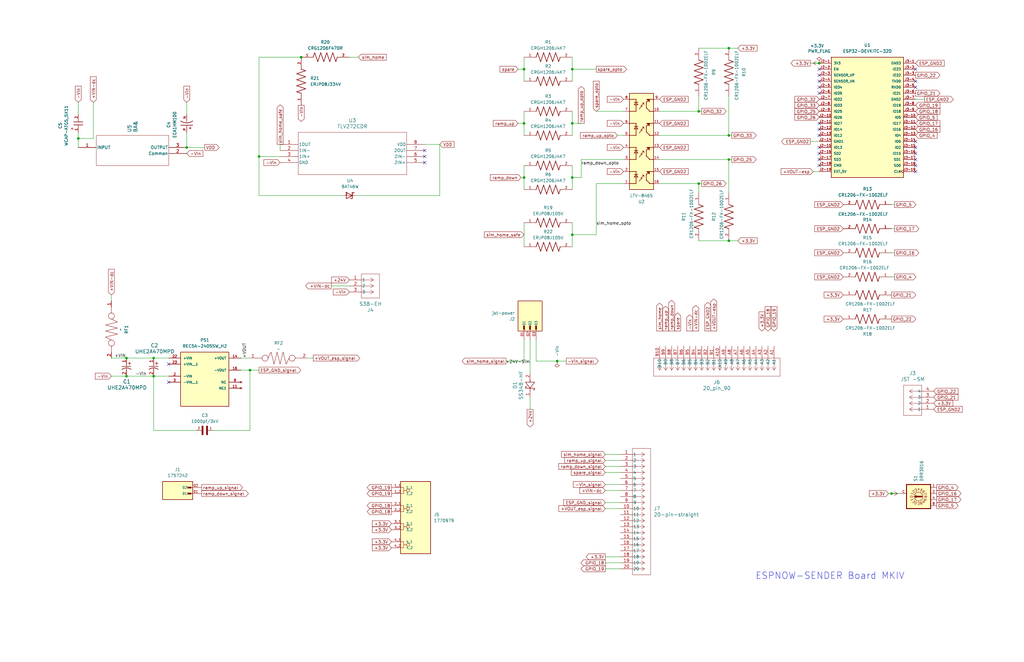
<source format=kicad_sch>
(kicad_sch (version 20250114) (generator "eeschema") (generator_version "9.0")
  (paper "USLedger")
  (lib_symbols
    (symbol "1757242:1757242" (pin_names (offset 1.016))
      (property "Reference" "J" (at -6.85 5.08 0))
      (property "Value" "1757242" (at -6.35 -5.08 0))
      (symbol "1757242_0_0"
        (pin passive line (at -10.16 2.54 0) (length 5.08) (name "01") (number "01"))
        (pin passive line (at -10.16 0 0) (length 5.08) (name "02") (number "02"))
      )
    )
    (symbol "1770979:1770979" (pin_names (offset 1.016))
      (property "Reference" "J" (at -6.85 15.24 0))
      (property "Value" "1770979" (at -6.35 -17.78 0))
      (symbol "1770979_0_0"
        (pin passive line (at -10.16 12.7 0) (length 5.08) (name "1_1") (number "1_1"))
        (pin passive line (at -10.16 10.16 0) (length 5.08) (name "1_2") (number "1_2"))
        (pin passive line (at -10.16 5.08 0) (length 5.08) (name "2_1") (number "2_1"))
        (pin passive line (at -10.16 2.54 0) (length 5.08) (name "2_2") (number "2_2"))
        (pin passive line (at -10.16 -2.54 0) (length 5.08) (name "3_1") (number "3_1"))
        (pin passive line (at -10.16 -5.08 0) (length 5.08) (name "3_2") (number "3_2"))
        (pin passive line (at -10.16 -10.16 0) (length 5.08) (name "4_1") (number "4_1"))
        (pin passive line (at -10.16 -12.7 0) (length 5.08) (name "4_2") (number "4_2"))
      )
    )
    (symbol "2025-11-05_08-31-36:TLV272CDR" (pin_names (offset 0.254))
      (property "Reference" "U" (at 30.48 10.16 0))
      (property "Value" "TLV272CDR" (at 30.48 7.62 0))
      (symbol "TLV272CDR_0_1"
        (pin output line (at 0 0 0) (length 7.62) (name "1OUT") (number "1"))
        (pin input line (at 0 -2.54 0) (length 7.62) (name "1IN-") (number "2"))
        (pin input line (at 0 -5.08 0) (length 7.62) (name "1IN+") (number "3"))
        (pin power_in line (at 0 -7.62 0) (length 7.62) (name "GND") (number "4"))
        (pin power_in line (at 60.96 0 180) (length 7.62) (name "VDD") (number "8"))
        (pin output line (at 60.96 -2.54 180) (length 7.62) (name "2OUT") (number "7"))
        (pin input line (at 60.96 -5.08 180) (length 7.62) (name "2IN-") (number "6"))
        (pin input line (at 60.96 -7.62 180) (length 7.62) (name "2IN+") (number "5"))
      )
    )
    (symbol "2025-11-05_11-31-18:BA&" (pin_names (offset 0.254))
      (property "Reference" "U5" (at 21.5899 6.35 90))
      (property "Value" "BA&" (at 24.1299 6.35 90))
      (symbol "BA&_0_1"
        (pin unspecified line (at 0 0 0) (length 7.62) (name "INPUT") (number "1"))
        (pin power_out line (at 45.72 0 180) (length 7.62) (name "OUTPUT") (number "3"))
      )
      (symbol "BA&_1_1"
        (pin passive line (at 45.72 -2.54 180) (length 7.62) (name "Common") (number "2"))
      )
    )
    (symbol "20_pin_90:XC5A-2022" (pin_names (offset 0.254))
      (property "Reference" "J" (at 8.89 6.35 0))
      (property "Value" "XC5A-2022" (at 0 0 0))
      (symbol "XC5A-2022_1_1"
        (pin unspecified line (at 0 0 0) (length 5.08) (name "A1") (number "A1"))
        (pin unspecified line (at 0 -2.54 0) (length 5.08) (name "A2") (number "A2"))
        (pin unspecified line (at 0 -5.08 0) (length 5.08) (name "A3") (number "A3"))
        (pin unspecified line (at 0 -7.62 0) (length 5.08) (name "A4") (number "A4"))
        (pin unspecified line (at 0 -10.16 0) (length 5.08) (name "A5") (number "A5"))
        (pin unspecified line (at 0 -12.7 0) (length 5.08) (name "A6") (number "A6"))
        (pin unspecified line (at 0 -15.24 0) (length 5.08) (name "A7") (number "A7"))
        (pin unspecified line (at 0 -17.78 0) (length 5.08) (name "A8") (number "A8"))
        (pin unspecified line (at 0 -20.32 0) (length 5.08) (name "A9") (number "A9"))
        (pin unspecified line (at 0 -22.86 0) (length 5.08) (name "A10") (number "A10"))
        (pin unspecified line (at 0 -25.4 0) (length 5.08) (name "B1") (number "B1"))
        (pin unspecified line (at 0 -27.94 0) (length 5.08) (name "B2") (number "B2"))
        (pin unspecified line (at 0 -30.48 0) (length 5.08) (name "B3") (number "B3"))
        (pin unspecified line (at 0 -33.02 0) (length 5.08) (name "B4") (number "B4"))
        (pin unspecified line (at 0 -35.56 0) (length 5.08) (name "B5") (number "B5"))
        (pin unspecified line (at 0 -38.1 0) (length 5.08) (name "B6") (number "B6"))
        (pin unspecified line (at 0 -40.64 0) (length 5.08) (name "B7") (number "B7"))
        (pin unspecified line (at 0 -43.18 0) (length 5.08) (name "B8") (number "B8"))
        (pin unspecified line (at 0 -45.72 0) (length 5.08) (name "B9") (number "B9"))
        (pin unspecified line (at 0 -48.26 0) (length 5.08) (name "B10") (number "B10"))
      )
      (symbol "XC5A-2022_1_2"
        (pin unspecified line (at 0 0 0) (length 5.08) (name "A1") (number "A1"))
        (pin unspecified line (at 0 -2.54 0) (length 5.08) (name "A2") (number "A2"))
        (pin unspecified line (at 0 -5.08 0) (length 5.08) (name "A3") (number "A3"))
        (pin unspecified line (at 0 -7.62 0) (length 5.08) (name "A4") (number "A4"))
        (pin unspecified line (at 0 -10.16 0) (length 5.08) (name "A5") (number "A5"))
        (pin unspecified line (at 0 -12.7 0) (length 5.08) (name "A6") (number "A6"))
        (pin unspecified line (at 0 -15.24 0) (length 5.08) (name "A7") (number "A7"))
        (pin unspecified line (at 0 -17.78 0) (length 5.08) (name "A8") (number "A8"))
        (pin unspecified line (at 0 -20.32 0) (length 5.08) (name "A9") (number "A9"))
        (pin unspecified line (at 0 -22.86 0) (length 5.08) (name "A10") (number "A10"))
        (pin unspecified line (at 0 -25.4 0) (length 5.08) (name "B1") (number "B1"))
        (pin unspecified line (at 0 -27.94 0) (length 5.08) (name "B2") (number "B2"))
        (pin unspecified line (at 0 -30.48 0) (length 5.08) (name "B3") (number "B3"))
        (pin unspecified line (at 0 -33.02 0) (length 5.08) (name "B4") (number "B4"))
        (pin unspecified line (at 0 -35.56 0) (length 5.08) (name "B5") (number "B5"))
        (pin unspecified line (at 0 -38.1 0) (length 5.08) (name "B6") (number "B6"))
        (pin unspecified line (at 0 -40.64 0) (length 5.08) (name "B7") (number "B7"))
        (pin unspecified line (at 0 -43.18 0) (length 5.08) (name "B8") (number "B8"))
        (pin unspecified line (at 0 -45.72 0) (length 5.08) (name "B9") (number "B9"))
        (pin unspecified line (at 0 -48.26 0) (length 5.08) (name "B10") (number "B10"))
      )
    )
    (symbol "20_pin_straight:XC5B-2021" (pin_names (offset 0.254))
      (property "Reference" "J" (at 8.89 6.35 0))
      (property "Value" "XC5B-2021" (at 0 0 0))
      (symbol "XC5B-2021_1_1"
        (pin unspecified line (at 0 0 0) (length 5.08) (name "1") (number "1"))
        (pin unspecified line (at 0 -2.54 0) (length 5.08) (name "2") (number "2"))
        (pin unspecified line (at 0 -5.08 0) (length 5.08) (name "3") (number "3"))
        (pin unspecified line (at 0 -7.62 0) (length 5.08) (name "4") (number "4"))
        (pin unspecified line (at 0 -10.16 0) (length 5.08) (name "5") (number "5"))
        (pin unspecified line (at 0 -12.7 0) (length 5.08) (name "6") (number "6"))
        (pin unspecified line (at 0 -15.24 0) (length 5.08) (name "7") (number "7"))
        (pin unspecified line (at 0 -17.78 0) (length 5.08) (name "8") (number "8"))
        (pin unspecified line (at 0 -20.32 0) (length 5.08) (name "9") (number "9"))
        (pin unspecified line (at 0 -22.86 0) (length 5.08) (name "10") (number "10"))
        (pin unspecified line (at 0 -25.4 0) (length 5.08) (name "11") (number "11"))
        (pin unspecified line (at 0 -27.94 0) (length 5.08) (name "12") (number "12"))
        (pin unspecified line (at 0 -30.48 0) (length 5.08) (name "13") (number "13"))
        (pin unspecified line (at 0 -33.02 0) (length 5.08) (name "14") (number "14"))
        (pin unspecified line (at 0 -35.56 0) (length 5.08) (name "15") (number "15"))
        (pin unspecified line (at 0 -38.1 0) (length 5.08) (name "16") (number "16"))
        (pin unspecified line (at 0 -40.64 0) (length 5.08) (name "17") (number "17"))
        (pin unspecified line (at 0 -43.18 0) (length 5.08) (name "18") (number "18"))
        (pin unspecified line (at 0 -45.72 0) (length 5.08) (name "19") (number "19"))
        (pin unspecified line (at 0 -48.26 0) (length 5.08) (name "20") (number "20"))
      )
      (symbol "XC5B-2021_1_2"
        (pin unspecified line (at 0 0 0) (length 5.08) (name "1") (number "1"))
        (pin unspecified line (at 0 -2.54 0) (length 5.08) (name "2") (number "2"))
        (pin unspecified line (at 0 -5.08 0) (length 5.08) (name "3") (number "3"))
        (pin unspecified line (at 0 -7.62 0) (length 5.08) (name "4") (number "4"))
        (pin unspecified line (at 0 -10.16 0) (length 5.08) (name "5") (number "5"))
        (pin unspecified line (at 0 -12.7 0) (length 5.08) (name "6") (number "6"))
        (pin unspecified line (at 0 -15.24 0) (length 5.08) (name "7") (number "7"))
        (pin unspecified line (at 0 -17.78 0) (length 5.08) (name "8") (number "8"))
        (pin unspecified line (at 0 -20.32 0) (length 5.08) (name "9") (number "9"))
        (pin unspecified line (at 0 -22.86 0) (length 5.08) (name "10") (number "10"))
        (pin unspecified line (at 0 -25.4 0) (length 5.08) (name "11") (number "11"))
        (pin unspecified line (at 0 -27.94 0) (length 5.08) (name "12") (number "12"))
        (pin unspecified line (at 0 -30.48 0) (length 5.08) (name "13") (number "13"))
        (pin unspecified line (at 0 -33.02 0) (length 5.08) (name "14") (number "14"))
        (pin unspecified line (at 0 -35.56 0) (length 5.08) (name "15") (number "15"))
        (pin unspecified line (at 0 -38.1 0) (length 5.08) (name "16") (number "16"))
        (pin unspecified line (at 0 -40.64 0) (length 5.08) (name "17") (number "17"))
        (pin unspecified line (at 0 -43.18 0) (length 5.08) (name "18") (number "18"))
        (pin unspecified line (at 0 -45.72 0) (length 5.08) (name "19") (number "19"))
        (pin unspecified line (at 0 -48.26 0) (length 5.08) (name "20") (number "20"))
      )
    )
    (symbol "BAT46W:BAT46W" (pin_names (offset 1.016))
      (property "Reference" "U" (at -2.2896 1.908 0))
      (property "Value" "BAT46W" (at -2.2899 -3.4349 0))
      (symbol "BAT46W_0_0"
        (pin passive line (at -2.54 0 0) (length 2.54) (name "~") (number "2"))
        (pin passive line (at 2.54 0 180) (length 2.54) (name "~") (number "1"))
      )
    )
    (symbol "CL31B106KAHNNNE:CL31B106KAHNNNE" (pin_names (offset 1.016))
      (property "Reference" "C" (at 0 3.81 0))
      (property "Value" "CL31B106KAHNNNE" (at 0 -5.08 0))
      (symbol "CL31B106KAHNNNE_0_0"
        (pin passive line (at -2.54 0 0) (length 2.54) (name "~") (number "2"))
        (pin passive line (at 5.08 0 180) (length 2.54) (name "~") (number "1"))
      )
    )
    (symbol "CR1206-FX-1002ELF:CR1206-FX-1002ELF" (pin_names (offset 1.016))
      (property "Reference" "R" (at -7.6244 2.5415 0))
      (property "Value" "CR1206-FX-1002ELF" (at -7.63 -5.0866 0))
      (symbol "CR1206-FX-1002ELF_0_0"
        (pin passive line (at -10.16 0 0) (length 5.08) (name "~") (number "1"))
        (pin passive line (at 10.16 0 180) (length 5.08) (name "~") (number "2"))
      )
    )
    (symbol "CRG1206F470R:CRG1206F470R" (pin_names (offset 1.016))
      (property "Reference" "R" (at -7.6244 2.5415 0))
      (property "Value" "CRG1206F470R" (at -7.63 -5.0866 0))
      (symbol "CRG1206F470R_0_0"
        (pin passive line (at -10.16 0 0) (length 5.08) (name "~") (number "1"))
        (pin passive line (at 10.16 0 180) (length 5.08) (name "~") (number "2"))
      )
    )
    (symbol "CRGH1206J4K7:CRGH1206J4K7" (pin_names (offset 1.016))
      (property "Reference" "R" (at -7.6244 2.5415 0))
      (property "Value" "CRGH1206J4K7" (at -7.63 -5.0866 0))
      (symbol "CRGH1206J4K7_0_0"
        (pin passive line (at -10.16 0 0) (length 5.08) (name "~") (number "1"))
        (pin passive line (at 10.16 0 180) (length 5.08) (name "~") (number "2"))
      )
    )
    (symbol "DRR3016:DRR3016" (pin_names (offset 1.016))
      (property "Reference" "S" (at -4.4499 -5.0856 90))
      (property "Value" "DRR3016" (at 8.9007 -5.0861 90))
      (symbol "DRR3016_0_0"
        (pin passive line (at -2.54 7.62 270) (length 2.54) (name "~") (number "1"))
        (pin passive line (at 0 7.62 270) (length 2.54) (name "~") (number "2"))
        (pin passive line (at 0 -7.62 90) (length 2.54) (name "~") (number "C"))
        (pin passive line (at 2.54 7.62 270) (length 2.54) (name "~") (number "4"))
        (pin passive line (at 5.08 7.62 270) (length 2.54) (name "~") (number "8"))
      )
    )
    (symbol "ECA1HM100:ECA1HM100" (pin_names (offset 1.016))
      (property "Reference" "C" (at -2.54 3.81 0))
      (property "Value" "ECA1HM100" (at -2.54 -5.08 0))
      (symbol "ECA1HM100_0_0"
        (pin passive line (at -2.54 0 0) (length 2.54) (name "~") (number "P"))
        (pin passive line (at 5.08 0 180) (length 2.54) (name "~") (number "N"))
      )
    )
    (symbol "ERJP08J105V:ERJP08J105V" (pin_names (offset 1.016))
      (property "Reference" "R" (at -7.624 2.541 0))
      (property "Value" "ERJP08J105V" (at -7.624 -5.087 0))
      (symbol "ERJP08J105V_0_0"
        (pin passive line (at -10.16 0 0) (length 5.08) (name "~") (number "1"))
        (pin passive line (at 10.16 0 180) (length 5.08) (name "~") (number "2"))
      )
    )
    (symbol "ERJP08J334V:ERJP08J334V" (pin_names (offset 1.016))
      (property "Reference" "R" (at -7.624 2.541 0))
      (property "Value" "ERJP08J334V" (at -7.624 -5.087 0))
      (symbol "ERJP08J334V_0_0"
        (pin passive line (at -10.16 0 0) (length 5.08) (name "~") (number "1"))
        (pin passive line (at 10.16 0 180) (length 5.08) (name "~") (number "2"))
      )
    )
    (symbol "LTV-846S:LTV-846S" (pin_names (offset 1.016))
      (property "Reference" "U" (at -5.08 21.082 0))
      (property "Value" "LTV-846S" (at -5.08 -22.86 0))
      (symbol "LTV-846S_0_0"
        (pin passive line (at -7.62 17.78 0) (length 2.54) (name "~") (number "1"))
        (pin passive line (at -7.62 12.7 0) (length 2.54) (name "~") (number "2"))
        (pin passive line (at -7.62 7.62 0) (length 2.54) (name "~") (number "3"))
        (pin passive line (at -7.62 2.54 0) (length 2.54) (name "~") (number "4"))
        (pin passive line (at -7.62 -2.54 0) (length 2.54) (name "~") (number "5"))
        (pin passive line (at -7.62 -7.62 0) (length 2.54) (name "~") (number "6"))
        (pin passive line (at -7.62 -12.7 0) (length 2.54) (name "~") (number "7"))
        (pin passive line (at -7.62 -17.78 0) (length 2.54) (name "~") (number "8"))
        (pin passive line (at 7.62 17.78 180) (length 2.54) (name "~") (number "16"))
        (pin passive line (at 7.62 12.7 180) (length 2.54) (name "~") (number "15"))
        (pin passive line (at 7.62 7.62 180) (length 2.54) (name "~") (number "14"))
        (pin passive line (at 7.62 2.54 180) (length 2.54) (name "~") (number "13"))
        (pin passive line (at 7.62 -2.54 180) (length 2.54) (name "~") (number "12"))
        (pin passive line (at 7.62 -7.62 180) (length 2.54) (name "~") (number "11"))
        (pin passive line (at 7.62 -12.7 180) (length 2.54) (name "~") (number "10"))
        (pin passive line (at 7.62 -17.78 180) (length 2.54) (name "~") (number "9"))
      )
    )
    (symbol "WCAP-ATG5_5X11:WCAP-ATG5_5X11" (pin_names (offset 1.016))
      (property "Reference" "C" (at 1.175 3.38 0))
      (property "Value" "WCAP-ATG5_5X11" (at 0.915 -5.075 0))
      (symbol "WCAP-ATG5_5X11_0_0"
        (text "+" (at 2.54 -1.905 0) (effects (font (size 1.4224 1.4224)) (justify left bottom)))
        (pin passive line (at -2.54 0 0) (length 2.54) (name "~") (number "2"))
        (pin passive line (at 5.08 0 180) (length 2.54) (name "~") (number "1"))
      )
    )
    (symbol "custom_library:ESP32-DEVKITC-32D" (pin_names (offset 1.016))
      (property "Reference" "U1" (at 0 30.48 0))
      (property "Value" "ESP32-DEVKITC-32D" (at 0 27.94 0))
      (symbol "ESP32-DEVKITC-32D_0_0"
        (pin power_in line (at -20.32 22.86 0) (length 5.08) (name "3V3") (number "J2-1"))
        (pin input line (at -20.32 20.32 0) (length 5.08) (name "EN") (number "J2-2"))
        (pin input line (at -20.32 17.78 0) (length 5.08) (name "SENSOR_VP") (number "J2-3"))
        (pin input line (at -20.32 15.24 0) (length 5.08) (name "SENSOR_VN") (number "J2-4"))
        (pin bidirectional line (at -20.32 12.7 0) (length 5.08) (name "IO34") (number "J2-5"))
        (pin bidirectional line (at -20.32 10.16 0) (length 5.08) (name "IO35") (number "J2-6"))
        (pin bidirectional line (at -20.32 7.62 0) (length 5.08) (name "IO32") (number "J2-7"))
        (pin bidirectional line (at -20.32 5.08 0) (length 5.08) (name "IO33") (number "J2-8"))
        (pin bidirectional line (at -20.32 2.54 0) (length 5.08) (name "IO25") (number "J2-9"))
        (pin bidirectional line (at -20.32 0 0) (length 5.08) (name "IO26") (number "J2-10"))
        (pin bidirectional line (at -20.32 -2.54 0) (length 5.08) (name "IO27") (number "J2-11"))
        (pin bidirectional line (at -20.32 -5.08 0) (length 5.08) (name "IO14") (number "J2-12"))
        (pin bidirectional line (at -20.32 -7.62 0) (length 5.08) (name "IO12") (number "J2-13"))
        (pin power_in line (at -20.32 -10.16 0) (length 5.08) (name "GND1") (number "J2-14"))
        (pin bidirectional line (at -20.32 -12.7 0) (length 5.08) (name "IO13") (number "J2-15"))
        (pin bidirectional line (at -20.32 -15.24 0) (length 5.08) (name "SD2") (number "J2-16"))
        (pin bidirectional line (at -20.32 -17.78 0) (length 5.08) (name "SD3") (number "J2-17"))
        (pin bidirectional line (at -20.32 -20.32 0) (length 5.08) (name "CMD") (number "J2-18"))
        (pin power_in line (at -20.32 -22.86 0) (length 5.08) (name "EXT_5V") (number "J2-19"))
        (pin power_in line (at 20.32 22.86 180) (length 5.08) (name "GND3") (number "J3-1"))
        (pin bidirectional line (at 20.32 20.32 180) (length 5.08) (name "IO23") (number "J3-2"))
        (pin bidirectional line (at 20.32 17.78 180) (length 5.08) (name "IO22") (number "J3-3"))
        (pin output line (at 20.32 15.24 180) (length 5.08) (name "TXD0") (number "J3-4"))
        (pin input line (at 20.32 12.7 180) (length 5.08) (name "RXD0") (number "J3-5"))
        (pin bidirectional line (at 20.32 10.16 180) (length 5.08) (name "IO21") (number "J3-6"))
        (pin power_out line (at 20.32 7.62 180) (length 5.08) (name "GND2") (number "J3-7"))
        (pin bidirectional line (at 20.32 5.08 180) (length 5.08) (name "IO19") (number "J3-8"))
        (pin bidirectional line (at 20.32 2.54 180) (length 5.08) (name "IO18") (number "J3-9"))
        (pin bidirectional line (at 20.32 0 180) (length 5.08) (name "IO5") (number "J3-10"))
        (pin bidirectional line (at 20.32 -2.54 180) (length 5.08) (name "IO17") (number "J3-11"))
        (pin bidirectional line (at 20.32 -5.08 180) (length 5.08) (name "IO16") (number "J3-12"))
        (pin bidirectional line (at 20.32 -7.62 180) (length 5.08) (name "IO4") (number "J3-13"))
        (pin bidirectional line (at 20.32 -10.16 180) (length 5.08) (name "IO0") (number "J3-14"))
        (pin bidirectional line (at 20.32 -12.7 180) (length 5.08) (name "IO2") (number "J3-15"))
        (pin bidirectional line (at 20.32 -15.24 180) (length 5.08) (name "IO15") (number "J3-16"))
        (pin bidirectional line (at 20.32 -17.78 180) (length 5.08) (name "SD1") (number "J3-17"))
        (pin bidirectional line (at 20.32 -20.32 180) (length 5.08) (name "SD0") (number "J3-18"))
        (pin input clock (at 20.32 -22.86 180) (length 5.08) (name "CLK") (number "J3-19"))
      )
    )
    (symbol "custom_library:JCT" (pin_names (offset 0.254))
      (property "Reference" "J3" (at 8.89 -15.24 0))
      (property "Value" "JCT" (at 8.89 -12.7 0))
      (symbol "JCT_1_1"
        (pin power_in line (at 0 0 0) (length 5.08) (name "1") (number "1"))
        (pin power_in line (at 0 -2.54 0) (length 5.08) (name "2") (number "2"))
        (pin input line (at 0 -5.08 0) (length 5.08) (name "3") (number "3"))
        (pin input line (at 0 -7.62 0) (length 5.08) (name "4") (number "4"))
      )
      (symbol "JCT_1_2"
        (pin unspecified line (at 0 0 0) (length 5.08) (name "1") (number "1"))
        (pin unspecified line (at 0 -2.54 0) (length 5.08) (name "2") (number "2"))
        (pin unspecified line (at 0 -5.08 0) (length 5.08) (name "3") (number "3"))
        (pin unspecified line (at 0 -7.62 0) (length 5.08) (name "4") (number "4"))
      )
    )
    (symbol "custom_library:REC5A-2405SW_H2" (pin_names (offset 1.016))
      (property "Reference" "PS1" (at 0 12.7 0))
      (property "Value" "REC5A-2405SW_H2" (at 0 10.16 0))
      (symbol "REC5A-2405SW_H2_0_0"
        (pin power_in line (at -15.24 5.08 0) (length 5.08) (name "+VIN") (number "22"))
        (pin input line (at -15.24 2.54 0) (length 5.08) (name "+VIN__1") (number "23"))
        (pin power_in line (at -15.24 -2.54 0) (length 5.08) (name "-VIN") (number "2"))
        (pin input line (at -15.24 -5.08 0) (length 5.08) (name "-VIN__1") (number "3"))
        (pin power_out line (at 15.24 5.08 180) (length 5.08) (name "+VOUT") (number "14"))
        (pin power_in line (at 15.24 0 180) (length 5.08) (name "-VOUT") (number "16"))
        (pin no_connect line (at 15.24 -5.08 180) (length 5.08) (name "NC") (number "9"))
        (pin no_connect line (at 15.24 -7.62 180) (length 5.08) (name "NC1") (number "11"))
      )
    )
    (symbol "custom_library:S3B-EH" (pin_names (offset 0.254))
      (property "Reference" "J" (at 8.89 6.35 0))
      (property "Value" "S3B-EH" (at 0 0 0))
      (symbol "S3B-EH_1_1"
        (pin power_in line (at 0 0 0) (length 5.08) (name "1") (number "1"))
        (pin power_out line (at 0 -2.54 0) (length 5.08) (name "2") (number "2"))
        (pin power_in line (at 0 -5.08 0) (length 5.08) (name "3") (number "3"))
      )
      (symbol "S3B-EH_1_2"
        (pin unspecified line (at 0 0 0) (length 5.08) (name "1") (number "1"))
        (pin unspecified line (at 0 -2.54 0) (length 5.08) (name "2") (number "2"))
        (pin unspecified line (at 0 -5.08 0) (length 5.08) (name "3") (number "3"))
      )
    )
    (symbol "custom_library:SS34B-HF" (pin_names (offset 0.254))
      (property "Reference" "D1" (at 5.08 -6.35 0))
      (property "Value" "SS34B-HF" (at 5.08 -3.81 0))
      (symbol "SS34B-HF_0_1"
        (pin power_in line (at 0 0 0) (length 2.54) (name "") (number "2"))
        (pin power_out line (at 10.16 0 180) (length 2.54) (name "") (number "1"))
      )
    )
    (symbol "custom_library:UHE2A470MPD" (pin_names (offset 0.254))
      (property "Reference" "C1" (at -5.334 -0.508 90))
      (property "Value" "UHE2A470MPD" (at -2.794 6.096 90))
      (symbol "UHE2A470MPD_1_1"
        (pin passive line (at 0 0 0) (length 2.54) (name "") (number "1"))
        (pin passive line (at 7.62 0 180) (length 2.54) (name "") (number "2"))
      )
      (symbol "UHE2A470MPD_1_2"
        (pin unspecified line (at 0 0 270) (length 2.54) (name "") (number "2"))
        (pin unspecified line (at 0 -7.62 90) (length 2.54) (name "") (number "1"))
      )
    )
    (symbol "custom_library:jst-power" (pin_names (offset 1.016))
      (property "Reference" "J2" (at 10.16 -1.778 90))
      (property "Value" "jst-power" (at 12.446 -4.572 90))
      (symbol "jst-power_0_0"
        (pin passive line (at -10.16 2.54 0) (length 5.08) (name "01") (number "01"))
        (pin power_out line (at -10.16 0 0) (length 5.08) (name "02") (number "02"))
        (pin passive line (at -10.16 -2.54 0) (length 5.08) (name "03") (number "03"))
      )
    )
    (symbol "custom_library:reset_fuse"
      (property "Reference" "RF1" (at -0.635 6.35 0))
      (property "Value" "~" (at -0.635 3.81 0))
      (symbol "reset_fuse_1_1"
        (pin power_in line (at -12.7 0 0) (length 2.54) (name "") (number "1"))
        (pin power_out line (at 11.43 0 180) (length 2.54) (name "") (number "2"))
      )
    )
    (symbol "power:+3.3V" (power) (pin_numbers (hide yes)) (pin_names (offset 0) (hide yes))
      (property "Value" "+3.3V" (at 0 3.556 0))
      (symbol "+3.3V_1_1"
        (pin power_in line (at 0 0 90) (length 0) (name "~") (number "1"))
      )
    )
    (symbol "power:PWR_FLAG" (power) (pin_numbers (hide yes)) (pin_names (offset 0) (hide yes))
      (property "Value" "PWR_FLAG" (at 0 3.81 0))
      (symbol "PWR_FLAG_0_0"
        (pin power_out line (at 0 0 90) (length 0) (name "~") (number "1"))
      )
    )
  )
  (text "ESPNOW-SENDER Board MKIV\n\n" (at 350.012 245.364 0) (effects (font (size 2.794 2.794))))
  (junction (at 307.34 67.31))
  (junction (at 64.77 158.75))
  (junction (at 241.3 99.06))
  (junction (at 78.74 62.23))
  (junction (at 307.34 101.6))
  (junction (at 53.34 158.75))
  (junction (at 241.3 74.93))
  (junction (at 375.92 208.28))
  (junction (at 234.95 152.4))
  (junction (at 127 24.13))
  (junction (at 220.98 74.93))
  (junction (at 294.64 46.99))
  (junction (at 109.22 66.04))
  (junction (at 220.98 52.07))
  (junction (at 33.02 58.42))
  (junction (at 220.98 29.21))
  (junction (at 307.34 20.32))
  (junction (at 241.3 52.07))
  (junction (at 105.41 156.21))
  (junction (at 307.34 57.15))
  (junction (at 64.77 151.13))
  (junction (at 241.3 29.21))
  (junction (at 53.34 151.13))
  (junction (at 294.64 77.47))
  (junction (at 345.44 26.67))
  (no_connect (at 386.08 69.85))
  (no_connect (at 345.44 29.21))
  (no_connect (at 345.44 67.31))
  (no_connect (at 386.08 36.83))
  (no_connect (at 179.07 68.58))
  (no_connect (at 345.44 69.85))
  (no_connect (at 345.44 54.61))
  (no_connect (at 345.44 34.29))
  (no_connect (at 386.08 67.31))
  (no_connect (at 386.08 59.69))
  (no_connect (at 386.08 62.23))
  (no_connect (at 386.08 34.29))
  (no_connect (at 179.07 63.5))
  (no_connect (at 345.44 52.07))
  (no_connect (at 386.08 64.77))
  (no_connect (at 345.44 57.15))
  (no_connect (at 386.08 72.39))
  (no_connect (at 386.08 29.21))
  (no_connect (at 345.44 39.37))
  (no_connect (at 345.44 36.83))
  (no_connect (at 345.44 62.23))
  (no_connect (at 179.07 66.04))
  (no_connect (at 71.12 153.67))
  (no_connect (at 345.44 31.75))
  (no_connect (at 71.12 161.29))
  (no_connect (at 345.44 64.77))
  (wire (pts (xy 46.99 127) (xy 46.99 124.46)))
  (wire (pts (xy 241.3 69.85) (xy 241.3 74.93)))
  (wire (pts (xy 255.27 191.77) (xy 261.62 191.77)))
  (wire (pts (xy 109.22 24.13) (xy 127 24.13)))
  (wire (pts (xy 129.54 151.13) (xy 132.08 151.13)))
  (wire (pts (xy 377.19 106.68) (xy 375.92 106.68)))
  (wire (pts (xy 255.27 212.09) (xy 261.62 212.09)))
  (wire (pts (xy 255.27 199.39) (xy 261.62 199.39)))
  (wire (pts (xy 234.95 152.4) (xy 238.76 152.4)))
  (wire (pts (xy 241.3 99.06) (xy 251.46 99.06)))
  (wire (pts (xy 374.65 208.28) (xy 375.92 208.28)))
  (wire (pts (xy 53.34 158.75) (xy 64.77 158.75)))
  (wire (pts (xy 220.98 46.99) (xy 220.98 52.07)))
  (wire (pts (xy 101.6 156.21) (xy 105.41 156.21)))
  (wire (pts (xy 78.74 48.26) (xy 78.74 43.18)))
  (wire (pts (xy 341.63 59.69) (xy 345.44 59.69)))
  (wire (pts (xy 105.41 181.61) (xy 105.41 156.21)))
  (wire (pts (xy 278.13 77.47) (xy 294.64 77.47)))
  (wire (pts (xy 255.27 196.85) (xy 261.62 196.85)))
  (wire (pts (xy 185.42 82.55) (xy 185.42 60.96)))
  (wire (pts (xy 255.27 194.31) (xy 261.62 194.31)))
  (wire (pts (xy 64.77 181.61) (xy 82.55 181.61)))
  (wire (pts (xy 64.77 181.61) (xy 64.77 158.75)))
  (wire (pts (xy 220.98 24.13) (xy 220.98 29.21)))
  (wire (pts (xy 307.34 67.31) (xy 307.34 81.28)))
  (wire (pts (xy 46.99 151.13) (xy 53.34 151.13)))
  (wire (pts (xy 307.34 67.31) (xy 308.61 67.31)))
  (wire (pts (xy 294.64 20.32) (xy 307.34 20.32)))
  (wire (pts (xy 226.06 143.51) (xy 226.06 152.4)))
  (wire (pts (xy 118.11 60.96) (xy 118.11 63.5)))
  (wire (pts (xy 245.11 67.31) (xy 262.89 67.31)))
  (wire (pts (xy 377.19 86.36) (xy 375.92 86.36)))
  (wire (pts (xy 241.3 99.06) (xy 241.3 104.14)))
  (wire (pts (xy 147.32 24.13) (xy 151.13 24.13)))
  (wire (pts (xy 241.3 93.98) (xy 241.3 99.06)))
  (wire (pts (xy 255.27 204.47) (xy 261.62 204.47)))
  (wire (pts (xy 220.98 69.85) (xy 220.98 74.93)))
  (wire (pts (xy 33.02 48.26) (xy 33.02 43.18)))
  (wire (pts (xy 90.17 181.61) (xy 105.41 181.61)))
  (wire (pts (xy 241.3 74.93) (xy 241.3 80.01)))
  (wire (pts (xy 39.37 58.42) (xy 33.02 58.42)))
  (wire (pts (xy 219.71 74.93) (xy 220.98 74.93)))
  (wire (pts (xy 220.98 74.93) (xy 220.98 80.01)))
  (wire (pts (xy 294.64 40.64) (xy 294.64 46.99)))
  (wire (pts (xy 278.13 67.31) (xy 307.34 67.31)))
  (wire (pts (xy 377.19 116.84) (xy 375.92 116.84)))
  (wire (pts (xy 139.7 120.65) (xy 147.32 120.65)))
  (wire (pts (xy 46.99 158.75) (xy 53.34 158.75)))
  (wire (pts (xy 218.44 52.07) (xy 220.98 52.07)))
  (wire (pts (xy 53.34 151.13) (xy 64.77 151.13)))
  (wire (pts (xy 251.46 77.47) (xy 251.46 99.06)))
  (wire (pts (xy 220.98 93.98) (xy 220.98 104.14)))
  (wire (pts (xy 220.98 152.4) (xy 213.36 152.4)))
  (wire (pts (xy 342.9 72.39) (xy 345.44 72.39)))
  (wire (pts (xy 109.22 82.55) (xy 144.78 82.55)))
  (wire (pts (xy 255.27 214.63) (xy 261.62 214.63)))
  (wire (pts (xy 255.27 237.49) (xy 261.62 237.49)))
  (wire (pts (xy 251.46 46.99) (xy 262.89 46.99)))
  (wire (pts (xy 33.02 62.23) (xy 33.02 58.42)))
  (wire (pts (xy 39.37 43.18) (xy 39.37 58.42)))
  (wire (pts (xy 241.3 29.21) (xy 241.3 34.29)))
  (wire (pts (xy 241.3 24.13) (xy 241.3 29.21)))
  (wire (pts (xy 241.3 74.93) (xy 245.11 74.93)))
  (wire (pts (xy 223.52 157.48) (xy 223.52 143.51)))
  (wire (pts (xy 294.64 81.28) (xy 294.64 77.47)))
  (wire (pts (xy 71.12 158.75) (xy 64.77 158.75)))
  (wire (pts (xy 78.74 62.23) (xy 86.36 62.23)))
  (wire (pts (xy 226.06 152.4) (xy 234.95 152.4)))
  (wire (pts (xy 386.08 41.91) (xy 389.89 41.91)))
  (wire (pts (xy 375.92 208.28) (xy 379.73 208.28)))
  (wire (pts (xy 105.41 156.21) (xy 109.22 156.21)))
  (wire (pts (xy 377.19 96.52) (xy 375.92 96.52)))
  (wire (pts (xy 220.98 152.4) (xy 220.98 143.51)))
  (wire (pts (xy 294.64 46.99) (xy 295.91 46.99)))
  (wire (pts (xy 109.22 66.04) (xy 109.22 82.55)))
  (wire (pts (xy 255.27 240.03) (xy 261.62 240.03)))
  (wire (pts (xy 260.35 57.15) (xy 262.89 57.15)))
  (wire (pts (xy 185.42 60.96) (xy 179.07 60.96)))
  (wire (pts (xy 33.02 58.42) (xy 33.02 55.88)))
  (wire (pts (xy 223.52 172.72) (xy 223.52 167.64)))
  (wire (pts (xy 241.3 52.07) (xy 245.11 52.07)))
  (wire (pts (xy 255.27 234.95) (xy 261.62 234.95)))
  (wire (pts (xy 307.34 57.15) (xy 308.61 57.15)))
  (wire (pts (xy 255.27 207.01) (xy 261.62 207.01)))
  (wire (pts (xy 294.64 77.47) (xy 295.91 77.47)))
  (wire (pts (xy 278.13 57.15) (xy 307.34 57.15)))
  (wire (pts (xy 307.34 20.32) (xy 311.15 20.32)))
  (wire (pts (xy 220.98 29.21) (xy 220.98 34.29)))
  (wire (pts (xy 220.98 52.07) (xy 220.98 57.15)))
  (wire (pts (xy 64.77 151.13) (xy 71.12 151.13)))
  (wire (pts (xy 241.3 46.99) (xy 241.3 52.07)))
  (wire (pts (xy 241.3 52.07) (xy 241.3 57.15)))
  (wire (pts (xy 149.86 82.55) (xy 185.42 82.55)))
  (wire (pts (xy 278.13 46.99) (xy 294.64 46.99)))
  (wire (pts (xy 241.3 29.21) (xy 251.46 29.21)))
  (wire (pts (xy 294.64 101.6) (xy 307.34 101.6)))
  (wire (pts (xy 307.34 40.64) (xy 307.34 57.15)))
  (wire (pts (xy 101.6 151.13) (xy 105.41 151.13)))
  (wire (pts (xy 245.11 67.31) (xy 245.11 74.93)))
  (wire (pts (xy 109.22 66.04) (xy 109.22 24.13)))
  (wire (pts (xy 118.11 66.04) (xy 109.22 66.04)))
  (wire (pts (xy 307.34 101.6) (xy 311.15 101.6)))
  (wire (pts (xy 78.74 62.23) (xy 78.74 55.88)))
  (wire (pts (xy 251.46 77.47) (xy 262.89 77.47)))
  (wire (pts (xy 341.63 26.67) (xy 345.44 26.67)))
  (wire (pts (xy 218.44 29.21) (xy 220.98 29.21)))
  (label "-Vin" (at 57.15 158.75 0))
  (label "ramp_down_opto" (at 245.11 69.85 0))
  (label "+VOUT" (at 104.14 151.13 90))
  (label "+VIN" (at 48.26 151.13 0))
  (label "sim_home_opto" (at 251.46 95.25 0))
  (label "+24V-Sim" (at 223.52 153.67 180))
  (global_label "GPIO_32" (shape input) (at 345.44 41.91 180) (property "Intersheetrefs" "${INTERSHEET_REFS}" (effects (hide yes))))
  (global_label "ESP_GND2" (shape input) (at 278.13 41.91 0) (property "Intersheetrefs" "${INTERSHEET_REFS}" (effects (hide yes))))
  (global_label "+3.3V" (shape input) (at 355.6 134.62 180) (property "Intersheetrefs" "${INTERSHEET_REFS}" (effects (hide yes))))
  (global_label "spare" (shape input) (at 218.44 29.21 180) (property "Intersheetrefs" "${INTERSHEET_REFS}" (effects (hide yes))))
  (global_label "GPIO_22" (shape output) (at 386.08 31.75 0) (property "Intersheetrefs" "${INTERSHEET_REFS}" (effects (hide yes))))
  (global_label "-Vin" (shape input) (at 147.32 123.19 180) (property "Intersheetrefs" "${INTERSHEET_REFS}" (effects (hide yes))))
  (global_label "GPIO_19" (shape output) (at 255.27 240.03 180) (property "Intersheetrefs" "${INTERSHEET_REFS}" (effects (hide yes))))
  (global_label "+3.3V" (shape output) (at 341.63 26.67 180) (property "Intersheetrefs" "${INTERSHEET_REFS}" (effects (hide yes))))
  (global_label "spare_signal" (shape input) (at 255.27 199.39 180) (property "Intersheetrefs" "${INTERSHEET_REFS}" (effects (hide yes))))
  (global_label "+VIN-dc" (shape output) (at 293.37 139.7 90) (property "Intersheetrefs" "${INTERSHEET_REFS}" (effects (hide yes))))
  (global_label "-Vin" (shape input) (at 262.89 41.91 180) (property "Intersheetrefs" "${INTERSHEET_REFS}" (effects (hide yes))))
  (global_label "ESP_GND2" (shape input) (at 278.13 52.07 0) (property "Intersheetrefs" "${INTERSHEET_REFS}" (effects (hide yes))))
  (global_label "sim_home_safe" (shape input) (at 220.98 99.06 180) (property "Intersheetrefs" "${INTERSHEET_REFS}" (effects (hide yes))))
  (global_label "sim_home_signal" (shape input) (at 255.27 191.77 180) (property "Intersheetrefs" "${INTERSHEET_REFS}" (effects (hide yes))))
  (global_label "-Vin" (shape input) (at 262.89 52.07 180) (property "Intersheetrefs" "${INTERSHEET_REFS}" (effects (hide yes))))
  (global_label "ramp_up_opto" (shape input) (at 260.35 57.15 180) (property "Intersheetrefs" "${INTERSHEET_REFS}" (effects (hide yes))))
  (global_label "ramp_up" (shape output) (at 280.67 139.7 90) (property "Intersheetrefs" "${INTERSHEET_REFS}" (effects (hide yes))))
  (global_label "GPIO_21" (shape output) (at 375.92 124.46 0) (property "Intersheetrefs" "${INTERSHEET_REFS}" (effects (hide yes))))
  (global_label "GPIO_4" (shape output) (at 394.97 205.74 0) (property "Intersheetrefs" "${INTERSHEET_REFS}" (effects (hide yes))))
  (global_label "+24V" (shape output) (at 223.52 172.72 270) (property "Intersheetrefs" "${INTERSHEET_REFS}" (effects (hide yes))))
  (global_label "GPIO_19" (shape input) (at 326.39 139.7 90) (property "Intersheetrefs" "${INTERSHEET_REFS}" (effects (hide yes))))
  (global_label "GPIO_21" (shape input) (at 393.7 167.64 0) (property "Intersheetrefs" "${INTERSHEET_REFS}" (effects (hide yes))))
  (global_label "+VIN-dc" (shape input) (at 39.37 43.18 90) (property "Intersheetrefs" "${INTERSHEET_REFS}" (effects (hide yes))))
  (global_label "+3.3V" (shape input) (at 165.1 228.6 180) (property "Intersheetrefs" "${INTERSHEET_REFS}" (effects (hide yes))))
  (global_label "+3.3V" (shape input) (at 165.1 220.98 180) (property "Intersheetrefs" "${INTERSHEET_REFS}" (effects (hide yes))))
  (global_label "-Vin_signal" (shape output) (at 238.76 152.4 0) (property "Intersheetrefs" "${INTERSHEET_REFS}" (effects (hide yes))))
  (global_label "ESP_GND_signal" (shape output) (at 109.22 156.21 0) (property "Intersheetrefs" "${INTERSHEET_REFS}" (effects (hide yes))))
  (global_label "ESP_GND2" (shape input) (at 355.6 106.68 180) (property "Intersheetrefs" "${INTERSHEET_REFS}" (effects (hide yes))))
  (global_label "ESP_GND2" (shape output) (at 298.45 139.7 90) (property "Intersheetrefs" "${INTERSHEET_REFS}" (effects (hide yes))))
  (global_label "ramp_up_opto" (shape output) (at 245.11 52.07 90) (property "Intersheetrefs" "${INTERSHEET_REFS}" (effects (hide yes))))
  (global_label "+VIN-dc" (shape output) (at 139.7 120.65 180) (property "Intersheetrefs" "${INTERSHEET_REFS}" (effects (hide yes))))
  (global_label "+3.3V" (shape input) (at 165.1 223.52 180) (property "Intersheetrefs" "${INTERSHEET_REFS}" (effects (hide yes))))
  (global_label "GPIO_5" (shape output) (at 394.97 213.36 0) (property "Intersheetrefs" "${INTERSHEET_REFS}" (effects (hide yes))))
  (global_label "ramp_up_signal" (shape input) (at 255.27 194.31 180) (property "Intersheetrefs" "${INTERSHEET_REFS}" (effects (hide yes))))
  (global_label "-Vin_signal" (shape input) (at 255.27 204.47 180) (property "Intersheetrefs" "${INTERSHEET_REFS}" (effects (hide yes))))
  (global_label "sim_home" (shape output) (at 278.13 139.7 90) (property "Intersheetrefs" "${INTERSHEET_REFS}" (effects (hide yes))))
  (global_label "ESP_GND2" (shape input) (at 386.08 26.67 0) (property "Intersheetrefs" "${INTERSHEET_REFS}" (effects (hide yes))))
  (global_label "GPIO_18" (shape output) (at 165.1 215.9 180) (property "Intersheetrefs" "${INTERSHEET_REFS}" (effects (hide yes))))
  (global_label "ramp_down_signal" (shape input) (at 255.27 196.85 180) (property "Intersheetrefs" "${INTERSHEET_REFS}" (effects (hide yes))))
  (global_label "ESP_GND2" (shape input) (at 278.13 72.39 0) (property "Intersheetrefs" "${INTERSHEET_REFS}" (effects (hide yes))))
  (global_label "GPIO_19" (shape output) (at 165.1 205.74 180) (property "Intersheetrefs" "${INTERSHEET_REFS}" (effects (hide yes))))
  (global_label "-Vin" (shape input) (at 78.74 43.18 90) (property "Intersheetrefs" "${INTERSHEET_REFS}" (effects (hide yes))))
  (global_label "sim_home" (shape input) (at 151.13 24.13 0) (property "Intersheetrefs" "${INTERSHEET_REFS}" (effects (hide yes))))
  (global_label "ESP_GND2" (shape output) (at 341.63 59.69 180) (property "Intersheetrefs" "${INTERSHEET_REFS}" (effects (hide yes))))
  (global_label "+VIN-dc" (shape input) (at 46.99 124.46 90) (property "Intersheetrefs" "${INTERSHEET_REFS}" (effects (hide yes))))
  (global_label "GPIO_5" (shape input) (at 386.08 49.53 0) (property "Intersheetrefs" "${INTERSHEET_REFS}" (effects (hide yes))))
  (global_label "ESP_GND_signal" (shape input) (at 255.27 212.09 180) (property "Intersheetrefs" "${INTERSHEET_REFS}" (effects (hide yes))))
  (global_label "+24V" (shape input) (at 147.32 118.11 180) (property "Intersheetrefs" "${INTERSHEET_REFS}" (effects (hide yes))))
  (global_label "-Vin" (shape input) (at 118.11 68.58 180) (property "Intersheetrefs" "${INTERSHEET_REFS}" (effects (hide yes))))
  (global_label "GPIO_25" (shape output) (at 308.61 67.31 0) (property "Intersheetrefs" "${INTERSHEET_REFS}" (effects (hide yes))))
  (global_label "GPIO_26" (shape input) (at 345.44 49.53 180) (property "Intersheetrefs" "${INTERSHEET_REFS}" (effects (hide yes))))
  (global_label "+3.3V" (shape output) (at 255.27 234.95 180) (property "Intersheetrefs" "${INTERSHEET_REFS}" (effects (hide yes))))
  (global_label "-Vin" (shape input) (at 46.99 158.75 180) (property "Intersheetrefs" "${INTERSHEET_REFS}" (effects (hide yes))))
  (global_label "GPIO_16" (shape input) (at 386.08 54.61 0) (property "Intersheetrefs" "${INTERSHEET_REFS}" (effects (hide yes))))
  (global_label "-Vin" (shape input) (at 262.89 72.39 180) (property "Intersheetrefs" "${INTERSHEET_REFS}" (effects (hide yes))))
  (global_label "+3.3V" (shape input) (at 311.15 20.32 0) (property "Intersheetrefs" "${INTERSHEET_REFS}" (effects (hide yes))))
  (global_label "GPIO_32" (shape output) (at 295.91 46.99 0) (property "Intersheetrefs" "${INTERSHEET_REFS}" (effects (hide yes))))
  (global_label "spare_opto" (shape input) (at 251.46 46.99 90) (property "Intersheetrefs" "${INTERSHEET_REFS}" (effects (hide yes))))
  (global_label "GPIO_19" (shape output) (at 165.1 208.28 180) (property "Intersheetrefs" "${INTERSHEET_REFS}" (effects (hide yes))))
  (global_label "-Vin" (shape input) (at 78.74 64.77 0) (property "Intersheetrefs" "${INTERSHEET_REFS}" (effects (hide yes))))
  (global_label "GPIO_5" (shape output) (at 377.19 86.36 0) (property "Intersheetrefs" "${INTERSHEET_REFS}" (effects (hide yes))))
  (global_label "GPIO_16" (shape output) (at 394.97 208.28 0) (property "Intersheetrefs" "${INTERSHEET_REFS}" (effects (hide yes))))
  (global_label "+3.3V" (shape input) (at 311.15 101.6 0) (property "Intersheetrefs" "${INTERSHEET_REFS}" (effects (hide yes))))
  (global_label "ramp_up_signal" (shape output) (at 85.09 205.74 0) (property "Intersheetrefs" "${INTERSHEET_REFS}" (effects (hide yes))))
  (global_label "spare_opto" (shape output) (at 251.46 29.21 0) (property "Intersheetrefs" "${INTERSHEET_REFS}" (effects (hide yes))))
  (global_label "GPIO_18" (shape input) (at 323.85 139.7 90) (property "Intersheetrefs" "${INTERSHEET_REFS}" (effects (hide yes))))
  (global_label "VDD" (shape input) (at 185.42 60.96 0) (property "Intersheetrefs" "${INTERSHEET_REFS}" (effects (hide yes))))
  (global_label "+3.3V" (shape input) (at 393.7 170.18 0) (property "Intersheetrefs" "${INTERSHEET_REFS}" (effects (hide yes))))
  (global_label "+3.3V" (shape input) (at 321.31 139.7 90) (property "Intersheetrefs" "${INTERSHEET_REFS}" (effects (hide yes))))
  (global_label "GPIO_25" (shape input) (at 345.44 46.99 180) (property "Intersheetrefs" "${INTERSHEET_REFS}" (effects (hide yes))))
  (global_label "-Vin" (shape input) (at 262.89 62.23 180) (property "Intersheetrefs" "${INTERSHEET_REFS}" (effects (hide yes))))
  (global_label "+VIN-dc" (shape input) (at 255.27 207.01 180) (property "Intersheetrefs" "${INTERSHEET_REFS}" (effects (hide yes))))
  (global_label "+VOUT_esp_signal" (shape output) (at 132.08 151.13 0) (property "Intersheetrefs" "${INTERSHEET_REFS}" (effects (hide yes))))
  (global_label "+VOUT-esp" (shape output) (at 300.99 139.7 90) (property "Intersheetrefs" "${INTERSHEET_REFS}" (effects (hide yes))))
  (global_label "ramp_down" (shape output) (at 283.21 139.7 90) (property "Intersheetrefs" "${INTERSHEET_REFS}" (effects (hide yes))))
  (global_label "GPIO_22" (shape output) (at 375.92 134.62 0) (property "Intersheetrefs" "${INTERSHEET_REFS}" (effects (hide yes))))
  (global_label "+VOUT_esp_signal" (shape input) (at 255.27 214.63 180) (property "Intersheetrefs" "${INTERSHEET_REFS}" (effects (hide yes))))
  (global_label "+VOUT-esp" (shape input) (at 342.9 72.39 180) (property "Intersheetrefs" "${INTERSHEET_REFS}" (effects (hide yes))))
  (global_label "-Vin" (shape input) (at 33.02 43.18 90) (property "Intersheetrefs" "${INTERSHEET_REFS}" (effects (hide yes))))
  (global_label "GPIO_22" (shape input) (at 393.7 165.1 0) (property "Intersheetrefs" "${INTERSHEET_REFS}" (effects (hide yes))))
  (global_label "ramp_down" (shape input) (at 219.71 74.93 180) (property "Intersheetrefs" "${INTERSHEET_REFS}" (effects (hide yes))))
  (global_label "sim_home_signal" (shape output) (at 213.36 152.4 180) (property "Intersheetrefs" "${INTERSHEET_REFS}" (effects (hide yes))))
  (global_label "GPIO_26" (shape output) (at 295.91 77.47 0) (property "Intersheetrefs" "${INTERSHEET_REFS}" (effects (hide yes))))
  (global_label "GPIO_19" (shape input) (at 386.08 44.45 0) (property "Intersheetrefs" "${INTERSHEET_REFS}" (effects (hide yes))))
  (global_label "GPIO_4" (shape input) (at 386.08 57.15 0) (property "Intersheetrefs" "${INTERSHEET_REFS}" (effects (hide yes))))
  (global_label "GPIO_17" (shape output) (at 377.19 96.52 0) (property "Intersheetrefs" "${INTERSHEET_REFS}" (effects (hide yes))))
  (global_label "ramp_down_signal" (shape output) (at 85.09 208.28 0) (property "Intersheetrefs" "${INTERSHEET_REFS}" (effects (hide yes))))
  (global_label "GPIO_33" (shape output) (at 308.61 57.15 0) (property "Intersheetrefs" "${INTERSHEET_REFS}" (effects (hide yes))))
  (global_label "+3.3V" (shape input) (at 374.65 208.28 180) (property "Intersheetrefs" "${INTERSHEET_REFS}" (effects (hide yes))))
  (global_label "ESP_GND2" (shape input) (at 355.6 86.36 180) (property "Intersheetrefs" "${INTERSHEET_REFS}" (effects (hide yes))))
  (global_label "-Vin" (shape output) (at 127 44.45 270) (property "Intersheetrefs" "${INTERSHEET_REFS}" (effects (hide yes))))
  (global_label "ESP_GND2" (shape input) (at 393.7 172.72 0) (property "Intersheetrefs" "${INTERSHEET_REFS}" (effects (hide yes))))
  (global_label "ESP_GND2" (shape output) (at 389.89 41.91 0) (property "Intersheetrefs" "${INTERSHEET_REFS}" (effects (hide yes))))
  (global_label "spare" (shape output) (at 285.75 139.7 90) (property "Intersheetrefs" "${INTERSHEET_REFS}" (effects (hide yes))))
  (global_label "GPIO_4" (shape output) (at 377.19 116.84 0) (property "Intersheetrefs" "${INTERSHEET_REFS}" (effects (hide yes))))
  (global_label "GPIO_21" (shape output) (at 386.08 39.37 0) (property "Intersheetrefs" "${INTERSHEET_REFS}" (effects (hide yes))))
  (global_label "ESP_GND2" (shape input) (at 355.6 96.52 180) (property "Intersheetrefs" "${INTERSHEET_REFS}" (effects (hide yes))))
  (global_label "sim_home_safe" (shape output) (at 118.11 60.96 90) (property "Intersheetrefs" "${INTERSHEET_REFS}" (effects (hide yes))))
  (global_label "GPIO_18" (shape input) (at 386.08 46.99 0) (property "Intersheetrefs" "${INTERSHEET_REFS}" (effects (hide yes))))
  (global_label "GPIO_17" (shape output) (at 394.97 210.82 0) (property "Intersheetrefs" "${INTERSHEET_REFS}" (effects (hide yes))))
  (global_label "ramp_up" (shape input) (at 218.44 52.07 180) (property "Intersheetrefs" "${INTERSHEET_REFS}" (effects (hide yes))))
  (global_label "ESP_GND2" (shape input) (at 355.6 116.84 180) (property "Intersheetrefs" "${INTERSHEET_REFS}" (effects (hide yes))))
  (global_label "GPIO_18" (shape output) (at 255.27 237.49 180) (property "Intersheetrefs" "${INTERSHEET_REFS}" (effects (hide yes))))
  (global_label "VDD" (shape output) (at 86.36 62.23 0) (property "Intersheetrefs" "${INTERSHEET_REFS}" (effects (hide yes))))
  (global_label "-Vin" (shape output) (at 290.83 139.7 90) (property "Intersheetrefs" "${INTERSHEET_REFS}" (effects (hide yes))))
  (global_label "+3.3V" (shape input) (at 165.1 231.14 180) (property "Intersheetrefs" "${INTERSHEET_REFS}" (effects (hide yes))))
  (global_label "GPIO_33" (shape input) (at 345.44 44.45 180) (property "Intersheetrefs" "${INTERSHEET_REFS}" (effects (hide yes))))
  (global_label "+3.3V" (shape input) (at 355.6 124.46 180) (property "Intersheetrefs" "${INTERSHEET_REFS}" (effects (hide yes))))
  (global_label "ESP_GND2" (shape input) (at 278.13 62.23 0) (property "Intersheetrefs" "${INTERSHEET_REFS}" (effects (hide yes))))
  (global_label "GPIO_17" (shape input) (at 386.08 52.07 0) (property "Intersheetrefs" "${INTERSHEET_REFS}" (effects (hide yes))))
  (global_label "GPIO_18" (shape output) (at 165.1 213.36 180) (property "Intersheetrefs" "${INTERSHEET_REFS}" (effects (hide yes))))
  (global_label "GPIO_16" (shape output) (at 377.19 106.68 0) (property "Intersheetrefs" "${INTERSHEET_REFS}" (effects (hide yes))))
  (symbol (lib_id "custom_library:JCT") (at 393.7 172.72 180) (unit 1)
    (property "Reference" "J3" (at 384.81 157.48 0) (effects (font (size 1.524 1.524))))
    (property "Value" "JST -SM" (at 384.81 160.02 0) (effects (font (size 1.524 1.524))))
    (property "Footprint" "footprints:CONN_BM04B-SRSS-TB_SPK" (effects (hide yes)))
    (property "Datasheet" "PRT-16766" (effects (hide yes)))
  )
  (symbol (lib_id "CRG1206F470R:CRG1206F470R") (at 137.16 24.13 0) (unit 1)
    (property "Reference" "R20" (at 137.16 17.78 0))
    (property "Value" "CRG1206F470R" (at 137.16 20.32 0))
    (property "Footprint" "footprints:RESC3115X65N" (effects (hide yes)))
  )
  (symbol (lib_id "CRGH1206J4K7:CRGH1206J4K7") (at 231.14 34.29 0) (unit 1)
    (property "Reference" "R2" (at 231.14 27.94 0))
    (property "Value" "CRGH1206J4K7" (at 231.14 30.48 0))
    (property "Footprint" "footprints:RESC3115X65N" (effects (hide yes)))
  )
  (symbol (lib_id "BAT46W:BAT46W") (at 147.32 82.55 0) (unit 1)
    (property "Reference" "U4" (at 147.6375 76.2 0))
    (property "Value" "BAT46W" (at 147.6375 78.74 0))
    (property "Footprint" "footprints:SOD123F" (effects (hide yes)))
  )
  (symbol (lib_id "custom_library:SS34B-HF") (at 223.52 157.48 270) (unit 1)
    (property "Reference" "D1" (at 217.17 162.56 0) (effects (font (size 1.524 1.524))))
    (property "Value" "SS34B-HF" (at 219.71 162.56 0) (effects (font (size 1.524 1.524))))
    (property "Footprint" "footprints:DO214AASMB_CIP-L" (effects (hide yes)))
    (property "Datasheet" "SS34B-HF" (effects (hide yes)))
  )
  (symbol (lib_id "ECA1HM100:ECA1HM100") (at 78.74 53.34 90) (unit 1)
    (property "Reference" "C4" (at 71.12 52.6434 0))
    (property "Value" "ECA1HM100" (at 73.66 52.6434 0))
    (property "Footprint" "footprints:CAPPRD200W50D500H1100" (effects (hide yes)))
    (property "MF" "PANASONIC" (effects (hide yes)))
    (property "b_max" "0.55" (effects (hide yes)))
    (property "DESCRIPTION" "M-A" (effects (hide yes)))
    (property "b_nom" "0.5" (effects (hide yes)))
    (property "PARTREV" "20-DEC-19" (effects (hide yes)))
    (property "A_max" "11" (effects (hide yes)))
    (property "D_nom" "5" (effects (hide yes)))
    (property "e_nom" "2" (effects (hide yes)))
  )
  (symbol (lib_id "20_pin_90:XC5A-2022") (at 326.39 146.05 270) (unit 1)
    (property "Reference" "J6" (at 302.26 161.29 90) (effects (font (size 1.524 1.524))))
    (property "Value" "20_pin_90" (at 302.26 163.83 90) (effects (font (size 1.524 1.524))))
    (property "Footprint" "CONN_XC5A-2022_OMR" (effects (hide yes)))
    (property "Datasheet" "XC5A-2022" (effects (hide yes)))
  )
  (symbol (lib_id "CL31B106KAHNNNE:CL31B106KAHNNNE") (at 85.09 181.61 0) (unit 1)
    (property "Reference" "C3" (at 86.36 175.26 0))
    (property "Value" "1000pf/3kV" (at 86.36 177.8 0))
    (property "Footprint" "footprints:CAPC3216X180N" (effects (hide yes)))
  )
  (symbol (lib_id "CR1206-FX-1002ELF:CR1206-FX-1002ELF") (at 307.34 91.44 270) (unit 1)
    (property "Reference" "R12" (at 300.99 91.44 0))
    (property "Value" "CR1206-FX-1002ELF" (at 304.292 90.424 0))
    (property "Footprint" "footprints:RESC3216X75N" (effects (hide yes)))
  )
  (symbol (lib_id "WCAP-ATG5_5X11:WCAP-ATG5_5X11") (at 33.02 50.8 270) (unit 1)
    (property "Reference" "C5" (at 25.4 53.0369 0))
    (property "Value" "WCAP-ATG5_5X11" (at 27.94 53.0369 0))
    (property "Footprint" "footprints:WCAP-ATG5_5X11_DXL_" (effects (hide yes)))
  )
  (symbol (lib_id "ERJP08J105V:ERJP08J105V") (at 231.14 104.14 0) (unit 1)
    (property "Reference" "R22" (at 231.14 97.79 0))
    (property "Value" "ERJP08J105V" (at 231.14 100.33 0))
    (property "Footprint" "footprints:RES_ERJP08J105V" (effects (hide yes)))
    (property "PARTREV" "3/1/2020" (effects (hide yes)))
    (property "STANDARD" "Manufacturer Recommendations" (effects (hide yes)))
    (property "MAXIMUM_PACKAGE_HEIGHT" "0.6 mm" (effects (hide yes)))
    (property "MANUFACTURER" "Panasonic" (effects (hide yes)))
  )
  (symbol (lib_id "1757242:1757242") (at 74.93 205.74 180) (unit 1)
    (property "Reference" "J1" (at 74.93 198.12 0))
    (property "Value" "1757242" (at 74.93 200.66 0))
    (property "Footprint" "1757242:PHOENIX_1757242" (effects (hide yes)))
    (property "PARTREV" "28.07.2023" (effects (hide yes)))
    (property "STANDARD" "Manufacturer Recommendations" (effects (hide yes)))
    (property "MANUFACTURER" "Phoenix Contact" (effects (hide yes)))
  )
  (symbol (lib_id "CR1206-FX-1002ELF:CR1206-FX-1002ELF") (at 365.76 86.36 180) (unit 1)
    (property "Reference" "R14" (at 365.76 92.71 0))
    (property "Value" "CR1206-FX-1002ELF" (at 363.982 82.296 0))
    (property "Footprint" "footprints:RESC3216X75N" (effects (hide yes)))
  )
  (symbol (lib_id "power:+3.3V") (at 375.92 208.28 270) (unit 1)
    (property "Reference" "#PWR013" (effects (hide yes)))
    (property "Value" "+3.3V" (effects (hide yes)))
    (property "Description" "Power symbol creates a global label with name \"+3.3V\"" (effects (hide yes)))
  )
  (symbol (lib_id "1770979:1770979") (at 175.26 218.44 0) (unit 1)
    (property "Reference" "J5" (at 182.88 217.1699 0) (effects (justify left)))
    (property "Value" "1770979" (at 182.88 219.7099 0) (effects (justify left)))
    (property "Footprint" "footprints:PHOENIX_1770979" (effects (hide yes)))
    (property "MANUFACTURER" "PHOENIX" (effects (hide yes)))
  )
  (symbol (lib_id "CRGH1206J4K7:CRGH1206J4K7") (at 231.14 24.13 0) (unit 1)
    (property "Reference" "R1" (at 231.14 17.78 0))
    (property "Value" "CRGH1206J4K7" (at 231.14 20.32 0))
    (property "Footprint" "footprints:RESC3115X65N" (effects (hide yes)))
  )
  (symbol (lib_id "CR1206-FX-1002ELF:CR1206-FX-1002ELF") (at 365.76 116.84 180) (unit 1)
    (property "Reference" "R16" (at 365.76 110.49 0))
    (property "Value" "CR1206-FX-1002ELF" (at 364.49 113.03 0))
    (property "Footprint" "footprints:RESC3216X75N" (effects (hide yes)))
  )
  (symbol (lib_id "CR1206-FX-1002ELF:CR1206-FX-1002ELF") (at 294.64 91.44 270) (unit 1)
    (property "Reference" "R11" (at 288.29 91.44 0))
    (property "Value" "CR1206-FX-1002ELF" (at 291.592 90.17 0))
    (property "Footprint" "footprints:RESC3216X75N" (effects (hide yes)))
  )
  (symbol (lib_id "power:+3.3V") (at 345.44 26.67 90) (unit 1)
    (property "Reference" "#PWR03" (effects (hide yes)))
    (property "Value" "+3.3V" (at 347.472 19.304 90) (effects (justify left)))
    (property "Description" "Power symbol creates a global label with name \"+3.3V\"" (effects (hide yes)))
  )
  (symbol (lib_id "CRGH1206J4K7:CRGH1206J4K7") (at 231.14 57.15 0) (unit 1)
    (property "Reference" "R4" (at 231.14 50.8 0))
    (property "Value" "CRGH1206J4K7" (at 231.14 53.34 0))
    (property "Footprint" "footprints:RESC3015X65N" (effects (hide yes)))
  )
  (symbol (lib_id "custom_library:UHE2A470MPD") (at 53.34 151.13 270) (unit 1)
    (property "Reference" "C1" (at 51.816 161.036 90) (effects (font (size 1.524 1.524)) (justify left)))
    (property "Value" "UHE2A470MPD" (at 45.212 163.576 90) (effects (font (size 1.524 1.524)) (justify left)))
    (property "Footprint" "footprints:PCAP_10x12_5-THRU-ELECT_NCA" (effects (hide yes)))
    (property "Datasheet" "UHE2A470MPD" (effects (hide yes)))
  )
  (symbol (lib_id "custom_library:UHE2A470MPD") (at 64.77 151.13 270) (unit 1)
    (property "Reference" "C2" (at 63.5 145.796 90) (effects (font (size 1.524 1.524)) (justify left)))
    (property "Value" "UHE2A470MPD" (at 56.896 148.336 90) (effects (font (size 1.524 1.524)) (justify left)))
    (property "Footprint" "footprints:PCAP_10x12_5-THRU-ELECT_NCA" (effects (hide yes)))
    (property "Datasheet" "UHE2A470MPD" (effects (hide yes)))
  )
  (symbol (lib_id "2025-11-05_08-31-36:TLV272CDR") (at 118.11 60.96 0) (unit 1)
    (property "Reference" "U3" (at 148.59 50.8 0) (effects (font (size 1.524 1.524))))
    (property "Value" "TLV272CDR" (at 148.59 53.34 0) (effects (font (size 1.524 1.524))))
    (property "Footprint" "footprints:D8" (effects (hide yes)))
    (property "Datasheet" "https://www.ti.com/lit/gpn/tlv272" (effects (hide yes)))
  )
  (symbol (lib_id "CR1206-FX-1002ELF:CR1206-FX-1002ELF") (at 307.34 30.48 90) (unit 1)
    (property "Reference" "R10" (at 313.69 30.48 0))
    (property "Value" "CR1206-FX-1002ELF" (at 310.642 31.75 0))
    (property "Footprint" "footprints:RESC3216X75N" (effects (hide yes)))
  )
  (symbol (lib_id "power:PWR_FLAG") (at 345.44 26.67 0) (unit 1)
    (property "Reference" "#FLG04" (effects (hide yes)))
    (property "Value" "PWR_FLAG" (at 345.44 21.59 0))
    (property "Description" "Special symbol for telling ERC where power comes from" (effects (hide yes)))
  )
  (symbol (lib_id "power:PWR_FLAG") (at 234.95 152.4 180) (unit 1)
    (property "Reference" "#FLG01" (effects (hide yes)))
    (property "Value" "-Vin" (at 234.95 145.796 90) (effects (justify left)))
    (property "Description" "Special symbol for telling ERC where power comes from" (effects (hide yes)))
  )
  (symbol (lib_id "custom_library:jst-power") (at 223.52 133.35 90) (unit 1)
    (property "Reference" "J2" (at 217.17 134.6201 90) (effects (justify left)))
    (property "Value" "jst-power" (at 217.17 132.0801 90) (effects (justify left)))
    (property "Footprint" "footprints:PHOENIX_1757255" (effects (hide yes)))
    (property "PARTREV" "28.07.2023" (effects (hide yes)))
    (property "STANDARD" "Manufacturer Recommendations" (effects (hide yes)))
    (property "MANUFACTURER" "Phoenix Contact" (effects (hide yes)))
  )
  (symbol (lib_id "CR1206-FX-1002ELF:CR1206-FX-1002ELF") (at 365.76 134.62 0) (unit 1)
    (property "Reference" "R18" (at 365.76 140.97 0))
    (property "Value" "CR1206-FX-1002ELF" (at 367.03 138.43 0))
    (property "Footprint" "footprints:RESC3216X75N" (effects (hide yes)))
  )
  (symbol (lib_id "custom_library:ESP32-DEVKITC-32D") (at 365.76 49.53 0) (unit 1)
    (property "Reference" "U1" (at 365.76 19.05 0))
    (property "Value" "ESP32-DEVKITC-32D" (at 365.76 21.59 0))
    (property "Footprint" "footprints:MODULE_ESP32-DEVKITC-32D" (effects (hide yes)))
    (property "MF" "Espressif Systems" (effects (hide yes)))
    (property "MAXIMUM_PACKAGE_HEIGHT" "N/A" (effects (hide yes)))
    (property "Package" "None" (effects (hide yes)))
    (property "Price" "None" (effects (hide yes)))
    (property "Check_prices" "https://www.snapeda.com/parts/ESP32-DEVKITC-32D/Espressif+Systems/view-part/?ref=eda" (effects (hide yes)))
    (property "STANDARD" "Manufacturer Recommendations" (effects (hide yes)))
    (property "PARTREV" "V4" (effects (hide yes)))
    (property "SnapEDA_Link" "https://www.snapeda.com/parts/ESP32-DEVKITC-32D/Espressif+Systems/view-part/?ref=snap" (effects (hide yes)))
    (property "MP" "ESP32-DEVKITC-32D" (effects (hide yes)))
    (property "Description_1" "WiFi Development Tools (802.11) ESP32 General Development Kit, ESP32-WROOM-32D on the board" (effects (hide yes)))
    (property "MANUFACTURER" "Espressif Systems" (effects (hide yes)))
    (property "Availability" "In Stock" (effects (hide yes)))
    (property "SNAPEDA_PN" "ESP32-DEVKITC-32D" (effects (hide yes)))
  )
  (symbol (lib_id "DRR3016:DRR3016") (at 387.35 208.28 270) (unit 1)
    (property "Reference" "S1" (at 386.0799 203.2 0) (effects (justify right)))
    (property "Value" "DRR3016" (at 388.6199 203.2 0) (effects (justify right)))
    (property "Footprint" "footprints:DRR3010" (effects (hide yes)))
    (property "MF" "Knitter Switch" (effects (hide yes)))
    (property "Description_1" "Dip Switch Hexadecimal 16 Position Through Hole, Right Angle Rotary for Tool Actuator 30mA 15VDC" (effects (hide yes)))
    (property "Package" "None" (effects (hide yes)))
    (property "MPN" "DRR3016" (effects (hide yes)))
    (property "Price" "None" (effects (hide yes)))
    (property "OC_FARNELL" "9810439" (effects (hide yes)))
    (property "SnapEDA_Link" "https://www.snapeda.com/parts/DRR3016/Knitter+Switch/view-part/?ref=snap" (effects (hide yes)))
    (property "MP" "DRR3016" (effects (hide yes)))
    (property "OC_NEWARK" "96K8699" (effects (hide yes)))
    (property "Availability" "In Stock" (effects (hide yes)))
    (property "Check_prices" "https://www.snapeda.com/parts/DRR3016/Knitter+Switch/view-part/?ref=eda" (effects (hide yes)))
  )
  (symbol (lib_id "CRGH1206J4K7:CRGH1206J4K7") (at 231.14 80.01 0) (unit 1)
    (property "Reference" "R6" (at 231.14 73.66 0))
    (property "Value" "CRGH1206J4K7" (at 231.14 76.2 0))
    (property "Footprint" "footprints:RESC3115X65N" (effects (hide yes)))
  )
  (symbol (lib_id "CRGH1206J4K7:CRGH1206J4K7") (at 231.14 69.85 0) (unit 1)
    (property "Reference" "R5" (at 231.14 63.5 0))
    (property "Value" "CRGH1206J4K7" (at 231.14 66.04 0))
    (property "Footprint" "footprints:RESC3115X65N" (effects (hide yes)))
  )
  (symbol (lib_id "CR1206-FX-1002ELF:CR1206-FX-1002ELF") (at 365.76 106.68 180) (unit 1)
    (property "Reference" "R15" (at 365.76 100.33 0))
    (property "Value" "CR1206-FX-1002ELF" (at 363.982 102.87 0))
    (property "Footprint" "footprints:RESC3216X75N" (effects (hide yes)))
  )
  (symbol (lib_id "LTV-846S:LTV-846S") (at 270.51 59.69 0) (mirror x) (unit 1)
    (property "Reference" "U2" (at 270.51 85.09 0))
    (property "Value" "LTV-846S" (at 270.51 82.55 0))
    (property "Footprint" "footprints:SOIC254P1016X460-16N" (effects (hide yes)))
    (property "PARTREV" "H" (effects (hide yes)))
    (property "MANUFACTURER" "Lite-on" (effects (hide yes)))
    (property "MAXIMUM_PACKAGE_HEIGHT" "4.6mm" (effects (hide yes)))
    (property "STANDARD" "IPC-7351B" (effects (hide yes)))
  )
  (symbol (lib_id "ERJP08J105V:ERJP08J105V") (at 231.14 93.98 0) (unit 1)
    (property "Reference" "R19" (at 231.14 87.63 0))
    (property "Value" "ERJP08J105V" (at 231.14 90.17 0))
    (property "Footprint" "footprints:RES_ERJP08J105V" (effects (hide yes)))
    (property "PARTREV" "3/1/2020" (effects (hide yes)))
    (property "STANDARD" "Manufacturer Recommendations" (effects (hide yes)))
    (property "MAXIMUM_PACKAGE_HEIGHT" "0.6 mm" (effects (hide yes)))
    (property "MANUFACTURER" "Panasonic" (effects (hide yes)))
  )
  (symbol (lib_id "2025-11-05_11-31-18:BA&") (at 33.02 62.23 0) (unit 1)
    (property "Reference" "U5" (at 54.6099 55.88 90) (effects (font (size 1.524 1.524)) (justify left)))
    (property "Value" "BA&" (at 57.1499 55.88 90) (effects (font (size 1.524 1.524)) (justify left)))
    (property "Footprint" "footprints:TO252-3_ROM" (effects (hide yes)))
    (property "Datasheet" "BA7815FP-E2" (effects (hide yes)))
  )
  (symbol (lib_id "custom_library:reset_fuse") (at 46.99 139.7 270) (unit 1)
    (property "Reference" "RF1" (at 53.34 139.065 0))
    (property "Value" "~" (at 50.8 139.065 0))
    (property "Footprint" "footprints:PTC_RESET_FUSE" (effects (hide yes)))
  )
  (symbol (lib_id "CRGH1206J4K7:CRGH1206J4K7") (at 231.14 46.99 0) (unit 1)
    (property "Reference" "R3" (at 231.14 40.64 0))
    (property "Value" "CRGH1206J4K7" (at 231.14 43.18 0))
    (property "Footprint" "footprints:RESC3115X65N" (effects (hide yes)))
  )
  (symbol (lib_id "custom_library:reset_fuse") (at 118.11 151.13 0) (unit 1)
    (property "Reference" "RF2" (at 117.475 144.78 0))
    (property "Value" "~" (at 117.475 147.32 0))
    (property "Footprint" "footprints:PTC_RESET_FUSE" (effects (hide yes)))
  )
  (symbol (lib_id "CR1206-FX-1002ELF:CR1206-FX-1002ELF") (at 365.76 124.46 0) (unit 1)
    (property "Reference" "R17" (at 365.76 130.81 0))
    (property "Value" "CR1206-FX-1002ELF" (at 367.03 128.27 0))
    (property "Footprint" "footprints:RESC3216X75N" (effects (hide yes)))
  )
  (symbol (lib_id "ERJP08J334V:ERJP08J334V") (at 127 34.29 90) (unit 1)
    (property "Reference" "R21" (at 130.81 33.0199 90) (effects (justify right)))
    (property "Value" "ERJP08J334V" (at 130.81 35.5599 90) (effects (justify right)))
    (property "Footprint" "footprints:RES_ERJP08J334V" (effects (hide yes)))
    (property "PARTREV" "3/1/2020" (effects (hide yes)))
    (property "STANDARD" "Manufacturer Recommendations" (effects (hide yes)))
    (property "MAXIMUM_PACKAGE_HEIGHT" "0.6 mm" (effects (hide yes)))
    (property "MANUFACTURER" "Panasonic" (effects (hide yes)))
  )
  (symbol (lib_id "CR1206-FX-1002ELF:CR1206-FX-1002ELF") (at 365.76 96.52 180) (unit 1)
    (property "Reference" "R13" (at 365.76 79.756 0))
    (property "Value" "CR1206-FX-1002ELF" (at 363.982 90.424 0))
    (property "Footprint" "footprints:RESC3216X75N" (effects (hide yes)))
  )
  (symbol (lib_id "CR1206-FX-1002ELF:CR1206-FX-1002ELF") (at 294.64 30.48 90) (unit 1)
    (property "Reference" "R9" (at 300.99 30.48 0))
    (property "Value" "CR1206-FX-1002ELF" (at 297.688 31.75 0))
    (property "Footprint" "footprints:RESC3216X75N" (effects (hide yes)))
  )
  (symbol (lib_id "custom_library:REC5A-2405SW_H2") (at 86.36 156.21 0) (unit 1)
    (property "Reference" "PS1" (at 86.36 143.51 0))
    (property "Value" "REC5A-2405SW_H2" (at 86.36 146.05 0))
    (property "Footprint" "footprints:CONV_REC5A-2405SW_H2" (effects (hide yes)))
    (property "PARTREV" "N/A" (effects (hide yes)))
    (property "STANDARD" "Manufacturer Recommendations" (effects (hide yes)))
    (property "MAXIMUM_PACKAGE_HEIGHT" "10.20mm" (effects (hide yes)))
    (property "MANUFACTURER" "RECOM" (effects (hide yes)))
  )
  (symbol (lib_id "20_pin_straight:XC5B-2021") (at 261.62 191.77 0) (unit 1)
    (property "Reference" "J7" (at 275.59 214.6299 0) (effects (font (size 1.524 1.524)) (justify left)))
    (property "Value" "20-pin-straight" (at 275.59 217.1699 0) (effects (font (size 1.524 1.524)) (justify left)))
    (property "Footprint" "CONN_XC5B-2021_OMR" (effects (hide yes)))
    (property "Datasheet" "XC5B-2021" (effects (hide yes)))
  )
  (symbol (lib_id "custom_library:S3B-EH") (at 147.32 118.11 0) (unit 1)
    (property "Reference" "J4" (at 156.21 130.81 0) (effects (font (size 1.524 1.524))))
    (property "Value" "S3B-EH" (at 156.21 128.27 0) (effects (font (size 1.524 1.524))))
    (property "Footprint" "footprints:CONN_S3B-EH_JST" (effects (hide yes)))
    (property "Datasheet" "S3B-EH" (effects (hide yes)))
  )
)
</source>
